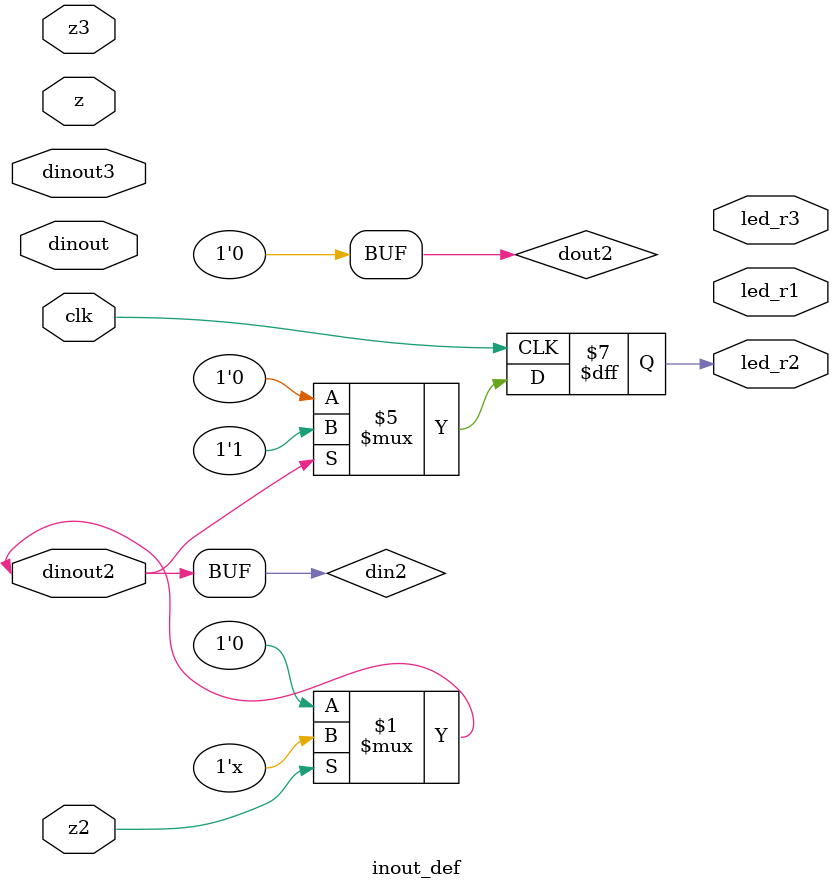
<source format=v>
module inout_def(
input clk,
input z,
inout dinout,
input z2,
inout dinout2,
input z3,
inout dinout3,
output  reg  led_r1,
output  reg  led_r2,
output  reg  led_r3
    );
    
// reg dout = 0;
// wire din;
// assign dinout = z?1'bz:dout;
// assign din = z?dinout:1'bz;

//  always @(posedge clk)
// begin
//    if(din)
//        led_r1 <= 1;
//    else
//        led_r1 <= 0;
// end 

reg dout2 = 0;
wire din2;
assign dinout2 = z2?1'bz:dout2;
assign din2 = dinout2;

 always @(posedge clk)
 begin
    if(din2)
        led_r2 <= 1;
    else
        led_r2 <= 0;
 end 

// reg dout3 = 0;
// wire din3;

// IOBUF IOBUF(
// .I(dout3),
// .O(din3),
// .T(z3),
// .IO(dinout3)
// );

//  always @(posedge clk)
//  begin
//     if(din3)
//         led_r3 <= 1;
//     else
//         led_r3 <= 0;
//  end 
 
endmodule
</source>
